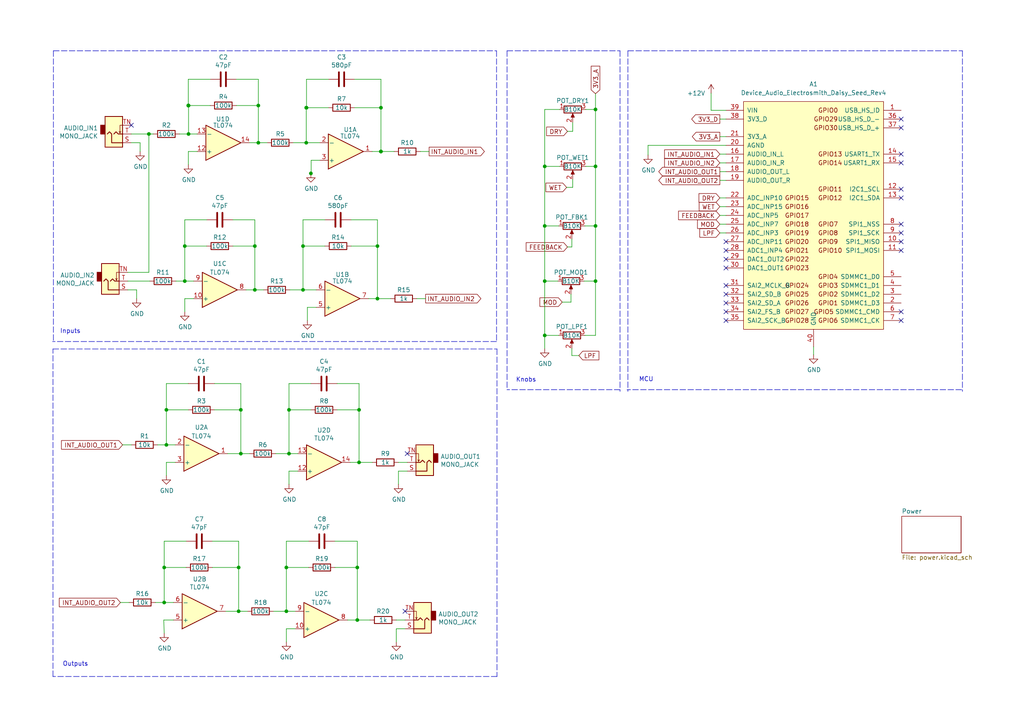
<source format=kicad_sch>
(kicad_sch (version 20211123) (generator eeschema)
  (paper "A4")
  (lib_symbols
    (symbol "Amplifier_Operational:TL074" (pin_names (offset 0.127))
      (property "Reference" "U" (at 0 5.08 0))
      (property "Value" "TL074" (at 0 -5.08 0))
      (symbol "TL074_1_1"
        (polyline (pts (xy -5.08 5.08) (xy 5.08 0) (xy -5.08 -5.08) (xy -5.08 5.08)) (stroke (width 0.254)) (fill (type background)))
        (pin output line (at 7.62 0 180) (length 2.54) (name "~") (number "1"))
        (pin input line (at -7.62 -2.54 0) (length 2.54) (name "-") (number "2"))
        (pin input line (at -7.62 2.54 0) (length 2.54) (name "+") (number "3"))
      )
      (symbol "TL074_2_1"
        (polyline (pts (xy -5.08 5.08) (xy 5.08 0) (xy -5.08 -5.08) (xy -5.08 5.08)) (stroke (width 0.254)) (fill (type background)))
        (pin input line (at -7.62 2.54 0) (length 2.54) (name "+") (number "5"))
        (pin input line (at -7.62 -2.54 0) (length 2.54) (name "-") (number "6"))
        (pin output line (at 7.62 0 180) (length 2.54) (name "~") (number "7"))
      )
      (symbol "TL074_3_1"
        (polyline (pts (xy -5.08 5.08) (xy 5.08 0) (xy -5.08 -5.08) (xy -5.08 5.08)) (stroke (width 0.254)) (fill (type background)))
        (pin input line (at -7.62 2.54 0) (length 2.54) (name "+") (number "10"))
        (pin output line (at 7.62 0 180) (length 2.54) (name "~") (number "8"))
        (pin input line (at -7.62 -2.54 0) (length 2.54) (name "-") (number "9"))
      )
      (symbol "TL074_4_1"
        (polyline (pts (xy -5.08 5.08) (xy 5.08 0) (xy -5.08 -5.08) (xy -5.08 5.08)) (stroke (width 0.254)) (fill (type background)))
        (pin input line (at -7.62 2.54 0) (length 2.54) (name "+") (number "12"))
        (pin input line (at -7.62 -2.54 0) (length 2.54) (name "-") (number "13"))
        (pin output line (at 7.62 0 180) (length 2.54) (name "~") (number "14"))
      )
      (symbol "TL074_5_1"
        (pin power_in line (at -2.54 -7.62 90) (length 3.81) (name "V-") (number "11"))
        (pin power_in line (at -2.54 7.62 270) (length 3.81) (name "V+") (number "4"))
      )
    )
    (symbol "Connector:AudioJack2_SwitchT"
      (property "Reference" "J" (at 0 8.89 0))
      (property "Value" "AudioJack2_SwitchT" (at 0 6.35 0))
      (symbol "AudioJack2_SwitchT_0_1"
        (rectangle (start -2.54 0) (end -3.81 -2.54) (stroke (width 0.254)) (fill (type outline)))
        (polyline (pts (xy 1.778 -0.254) (xy 2.032 -0.762)))
        (polyline (pts (xy 0 0) (xy 0.635 -0.635) (xy 1.27 0) (xy 2.54 0)) (stroke (width 0.254)))
        (polyline (pts (xy 2.54 -2.54) (xy 1.778 -2.54) (xy 1.778 -0.254) (xy 1.524 -0.762)))
        (polyline (pts (xy 2.54 2.54) (xy -0.635 2.54) (xy -0.635 0) (xy -1.27 -0.635) (xy -1.905 0)) (stroke (width 0.254)))
        (rectangle (start 2.54 3.81) (end -2.54 -5.08) (stroke (width 0.254)) (fill (type background)))
      )
      (symbol "AudioJack2_SwitchT_1_1"
        (pin passive line (at 5.08 2.54 180) (length 2.54) (name "~") (number "S"))
        (pin passive line (at 5.08 0 180) (length 2.54) (name "~") (number "T"))
        (pin passive line (at 5.08 -2.54 180) (length 2.54) (name "~") (number "TN"))
      )
    )
    (symbol "Device:C" (pin_numbers hide) (pin_names (offset 0.254))
      (property "Reference" "C" (at 0.635 2.54 0))
      (property "Value" "C" (at 0.635 -2.54 0))
      (symbol "C_0_1"
        (polyline (pts (xy -2.032 -0.762) (xy 2.032 -0.762)) (stroke (width 0.508)))
        (polyline (pts (xy -2.032 0.762) (xy 2.032 0.762)) (stroke (width 0.508)))
      )
      (symbol "C_1_1"
        (pin passive line (at 0 3.81 270) (length 2.794) (name "~") (number "1"))
        (pin passive line (at 0 -3.81 90) (length 2.794) (name "~") (number "2"))
      )
    )
    (symbol "Device:R" (pin_numbers hide) (pin_names (offset 0))
      (property "Reference" "R" (at 2.032 0 90))
      (property "Value" "R" (at 0 0 90))
      (symbol "R_0_1"
        (rectangle (start -1.016 -2.54) (end 1.016 2.54) (stroke (width 0.254)))
      )
      (symbol "R_1_1"
        (pin passive line (at 0 3.81 270) (length 1.27) (name "~") (number "1"))
        (pin passive line (at 0 -3.81 90) (length 1.27) (name "~") (number "2"))
      )
    )
    (symbol "Device:R_Potentiometer" (pin_names (offset 1.016) hide)
      (property "Reference" "RV" (at -4.445 0 90))
      (property "Value" "R_Potentiometer" (at -2.54 0 90))
      (symbol "R_Potentiometer_0_1"
        (polyline (pts (xy 2.54 0) (xy 1.524 0)))
        (polyline (pts (xy 1.143 0) (xy 2.286 0.508) (xy 2.286 -0.508) (xy 1.143 0)) (fill (type outline)))
        (rectangle (start 1.016 2.54) (end -1.016 -2.54) (stroke (width 0.254)))
      )
      (symbol "R_Potentiometer_1_1"
        (pin passive line (at 0 3.81 270) (length 1.27) (name "1") (number "1"))
        (pin passive line (at 3.81 0 180) (length 1.27) (name "2") (number "2"))
        (pin passive line (at 0 -3.81 90) (length 1.27) (name "3") (number "3"))
      )
    )
    (symbol "Device_Audio_Electrosmith_Daisy_Seed:Device_Audio_Electrosmith_Daisy_Seed_Rev4" (pin_names (offset 1.016))
      (property "Reference" "A" (at -20.32 34.29 0))
      (property "Value" "Device_Audio_Electrosmith_Daisy_Seed_Rev4" (at 20.32 36.83 0))
      (symbol "Device_Audio_Electrosmith_Daisy_Seed_Rev4_0_0"
        (text "GPIO0" (at 1.27 30.48 0) (effects (font (size 1.27 1.27)) (justify left)))
        (text "GPIO1" (at 1.27 -25.4 0) (effects (font (size 1.27 1.27)) (justify left)))
        (text "GPIO10" (at 1.27 -10.16 0) (effects (font (size 1.27 1.27)) (justify left)))
        (text "GPIO11" (at 1.27 7.62 0) (effects (font (size 1.27 1.27)) (justify left)))
        (text "GPIO12" (at 1.27 5.08 0) (effects (font (size 1.27 1.27)) (justify left)))
        (text "GPIO13" (at 1.27 17.78 0) (effects (font (size 1.27 1.27)) (justify left)))
        (text "GPIO14" (at 1.27 15.24 0) (effects (font (size 1.27 1.27)) (justify left)))
        (text "GPIO15" (at -1.27 5.08 0) (effects (font (size 1.27 1.27)) (justify right)))
        (text "GPIO16" (at -1.27 2.54 0) (effects (font (size 1.27 1.27)) (justify right)))
        (text "GPIO17" (at -1.27 0 0) (effects (font (size 1.27 1.27)) (justify right)))
        (text "GPIO18" (at -1.27 -2.54 0) (effects (font (size 1.27 1.27)) (justify right)))
        (text "GPIO19" (at -1.27 -5.08 0) (effects (font (size 1.27 1.27)) (justify right)))
        (text "GPIO2" (at 1.27 -22.86 0) (effects (font (size 1.27 1.27)) (justify left)))
        (text "GPIO20" (at -1.27 -7.62 0) (effects (font (size 1.27 1.27)) (justify right)))
        (text "GPIO21" (at -1.27 -10.16 0) (effects (font (size 1.27 1.27)) (justify right)))
        (text "GPIO22" (at -1.27 -12.7 0) (effects (font (size 1.27 1.27)) (justify right)))
        (text "GPIO23" (at -1.27 -15.24 0) (effects (font (size 1.27 1.27)) (justify right)))
        (text "GPIO24" (at -1.27 -20.32 0) (effects (font (size 1.27 1.27)) (justify right)))
        (text "GPIO25" (at -1.27 -22.86 0) (effects (font (size 1.27 1.27)) (justify right)))
        (text "GPIO26" (at -1.27 -25.4 0) (effects (font (size 1.27 1.27)) (justify right)))
        (text "GPIO27" (at -1.27 -27.94 0) (effects (font (size 1.27 1.27)) (justify right)))
        (text "GPIO28" (at -1.27 -30.48 0) (effects (font (size 1.27 1.27)) (justify right)))
        (text "GPIO29" (at 0 27.94 0) (effects (font (size 1.27 1.27)) (justify left)))
        (text "GPIO3" (at 1.27 -20.32 0) (effects (font (size 1.27 1.27)) (justify left)))
        (text "GPIO30" (at 0 25.4 0) (effects (font (size 1.27 1.27)) (justify left)))
        (text "GPIO4" (at 1.27 -17.78 0) (effects (font (size 1.27 1.27)) (justify left)))
        (text "GPIO5" (at 0 -27.94 0) (effects (font (size 1.27 1.27)) (justify left)))
        (text "GPIO6" (at 1.27 -30.48 0) (effects (font (size 1.27 1.27)) (justify left)))
        (text "GPIO7" (at 1.27 -2.54 0) (effects (font (size 1.27 1.27)) (justify left)))
        (text "GPIO8" (at 1.27 -5.08 0) (effects (font (size 1.27 1.27)) (justify left)))
        (text "GPIO9" (at 1.27 -7.62 0) (effects (font (size 1.27 1.27)) (justify left)))
        (pin bidirectional line (at 25.4 30.48 180) (length 5.08) (name "USB_HS_ID") (number "1"))
        (pin bidirectional line (at 25.4 -7.62 180) (length 5.08) (name "SPI1_MISO") (number "10"))
        (pin bidirectional line (at 25.4 -10.16 180) (length 5.08) (name "SPI1_MOSI") (number "11"))
        (pin bidirectional line (at 25.4 7.62 180) (length 5.08) (name "I2C1_SCL") (number "12"))
        (pin bidirectional line (at 25.4 5.08 180) (length 5.08) (name "I2C1_SDA") (number "13"))
        (pin bidirectional line (at 25.4 17.78 180) (length 5.08) (name "USART1_TX") (number "14"))
        (pin bidirectional line (at 25.4 15.24 180) (length 5.08) (name "USART1_RX") (number "15"))
        (pin input line (at -25.4 17.78 0) (length 5.08) (name "AUDIO_IN_L") (number "16"))
        (pin input line (at -25.4 15.24 0) (length 5.08) (name "AUDIO_IN_R") (number "17"))
        (pin output line (at -25.4 12.7 0) (length 5.08) (name "AUDIO_OUT_L") (number "18"))
        (pin output line (at -25.4 10.16 0) (length 5.08) (name "AUDIO_OUT_R") (number "19"))
        (pin bidirectional line (at 25.4 -25.4 180) (length 5.08) (name "SDMMC1_D3") (number "2"))
        (pin passive line (at -25.4 20.32 0) (length 5.08) (name "AGND") (number "20"))
        (pin power_out line (at -25.4 22.86 0) (length 5.08) (name "3V3_A") (number "21"))
        (pin bidirectional line (at -25.4 5.08 0) (length 5.08) (name "ADC_INP10") (number "22"))
        (pin bidirectional line (at -25.4 2.54 0) (length 5.08) (name "ADC_INP15") (number "23"))
        (pin bidirectional line (at -25.4 0 0) (length 5.08) (name "ADC_INP5") (number "24"))
        (pin bidirectional line (at -25.4 -2.54 0) (length 5.08) (name "ADC_INP7") (number "25"))
        (pin bidirectional line (at -25.4 -5.08 0) (length 5.08) (name "ADC_INP3") (number "26"))
        (pin bidirectional line (at -25.4 -7.62 0) (length 5.08) (name "ADC_INP11") (number "27"))
        (pin bidirectional line (at -25.4 -10.16 0) (length 5.08) (name "ADC1_INP4") (number "28"))
        (pin bidirectional line (at -25.4 -12.7 0) (length 5.08) (name "DAC1_OUT2") (number "29"))
        (pin bidirectional line (at 25.4 -22.86 180) (length 5.08) (name "SDMMC1_D2") (number "3"))
        (pin bidirectional line (at -25.4 -15.24 0) (length 5.08) (name "DAC1_OUT1") (number "30"))
        (pin bidirectional line (at -25.4 -20.32 0) (length 5.08) (name "SAI2_MCLK_B") (number "31"))
        (pin bidirectional line (at -25.4 -22.86 0) (length 5.08) (name "SAI2_SD_B") (number "32"))
        (pin bidirectional line (at -25.4 -25.4 0) (length 5.08) (name "SAI2_SD_A") (number "33"))
        (pin bidirectional line (at -25.4 -27.94 0) (length 5.08) (name "SAI2_FS_B") (number "34"))
        (pin bidirectional line (at -25.4 -30.48 0) (length 5.08) (name "SAI2_SCK_B") (number "35"))
        (pin bidirectional line (at 25.4 27.94 180) (length 5.08) (name "USB_HS_D_-") (number "36"))
        (pin bidirectional line (at 25.4 25.4 180) (length 5.08) (name "USB_HS_D_+") (number "37"))
        (pin power_out line (at -25.4 27.94 0) (length 5.08) (name "3V3_D") (number "38"))
        (pin power_in line (at -25.4 30.48 0) (length 5.08) (name "VIN") (number "39"))
        (pin bidirectional line (at 25.4 -20.32 180) (length 5.08) (name "SDMMC1_D1") (number "4"))
        (pin passive line (at 0 -38.1 90) (length 5.08) (name "GND") (number "40"))
        (pin bidirectional line (at 25.4 -17.78 180) (length 5.08) (name "SDMMC1_D0") (number "5"))
        (pin bidirectional line (at 25.4 -27.94 180) (length 5.08) (name "SDMMC1_CMD") (number "6"))
        (pin bidirectional line (at 25.4 -30.48 180) (length 5.08) (name "SDMMC1_CK") (number "7"))
        (pin bidirectional line (at 25.4 -2.54 180) (length 5.08) (name "SPI1_NSS") (number "8"))
        (pin bidirectional line (at 25.4 -5.08 180) (length 5.08) (name "SPI1_SCK") (number "9"))
      )
      (symbol "Device_Audio_Electrosmith_Daisy_Seed_Rev4_0_1"
        (rectangle (start -20.32 33.02) (end 20.32 -33.02) (fill (type background)))
      )
    )
    (symbol "power:+12V" (power) (pin_names (offset 0))
      (property "Value" "+12V" (at 0 3.556 0))
      (symbol "+12V_0_1"
        (polyline (pts (xy -0.762 1.27) (xy 0 2.54)))
        (polyline (pts (xy 0 0) (xy 0 2.54)))
        (polyline (pts (xy 0 2.54) (xy 0.762 1.27)))
      )
      (symbol "+12V_1_1"
        (pin power_in line (at 0 0 90) (length 0) hide (name "+12V") (number "1"))
      )
    )
    (symbol "power:GND" (power) (pin_names (offset 0))
      (property "Value" "GND" (at 0 -3.81 0))
      (symbol "GND_0_1"
        (polyline (pts (xy 0 0) (xy 0 -1.27) (xy 1.27 -1.27) (xy 0 -2.54) (xy -1.27 -1.27) (xy 0 -1.27)))
      )
      (symbol "GND_1_1"
        (pin power_in line (at 0 0 270) (length 0) hide (name "GND") (number "1"))
      )
    )
  )
  (junction (at 54.6862 38.862))
  (junction (at 103.632 164.592))
  (junction (at 54.61 30.607))
  (junction (at 103.632 179.832))
  (junction (at 83.82 118.872))
  (junction (at 74.93 30.607))
  (junction (at 109.474 71.374))
  (junction (at 157.988 48.26))
  (junction (at 74.93 41.402))
  (junction (at 157.988 97.282))
  (junction (at 54.6862 30.607))
  (junction (at 109.474 86.614))
  (junction (at 73.914 71.374))
  (junction (at 87.884 84.074))
  (junction (at 43.18 38.862))
  (junction (at 47.625 174.752))
  (junction (at 48.26 118.872))
  (junction (at 172.72 81.534))
  (junction (at 88.8238 31.242))
  (junction (at 69.85 118.872))
  (junction (at 172.72 65.532))
  (junction (at 83.058 164.592))
  (junction (at 48.26 129.032))
  (junction (at 157.988 65.532))
  (junction (at 69.85 131.572))
  (junction (at 90.17 50.292))
  (junction (at 83.82 131.572))
  (junction (at 88.9 31.242))
  (junction (at 53.594 81.534))
  (junction (at 110.4646 43.942))
  (junction (at 69.215 164.592))
  (junction (at 110.49 31.242))
  (junction (at 87.884 71.374))
  (junction (at 157.988 81.534))
  (junction (at 104.14 134.112))
  (junction (at 69.215 177.292))
  (junction (at 110.49 43.942))
  (junction (at 73.914 84.074))
  (junction (at 83.058 177.292))
  (junction (at 47.625 164.592))
  (junction (at 53.594 71.374))
  (junction (at 88.8238 41.402))
  (junction (at 172.72 31.75))
  (junction (at 172.72 48.26))
  (junction (at 104.14 118.872))
  (no_connect (at 261.366 92.964))
  (no_connect (at 261.366 90.424))
  (no_connect (at 118.11 131.572))
  (no_connect (at 117.475 177.292))
  (no_connect (at 261.366 47.244))
  (no_connect (at 261.366 57.404))
  (no_connect (at 261.366 54.864))
  (no_connect (at 261.366 34.544))
  (no_connect (at 261.366 37.084))
  (no_connect (at 261.366 44.704))
  (no_connect (at 210.566 85.344))
  (no_connect (at 210.566 92.964))
  (no_connect (at 210.566 90.424))
  (no_connect (at 210.566 87.884))
  (no_connect (at 210.566 82.804))
  (no_connect (at 210.566 77.724))
  (no_connect (at 210.566 72.644))
  (no_connect (at 210.566 75.184))
  (no_connect (at 210.566 70.104))
  (no_connect (at 261.366 65.024))
  (no_connect (at 261.366 72.644))
  (no_connect (at 261.366 67.564))
  (no_connect (at 261.366 70.104))
  (no_connect (at 38.1 36.322))
  (wire (pts (xy 208.788 52.324) (xy 210.566 52.324)))
  (wire (pts (xy 208.788 57.404) (xy 210.566 57.404)))
  (wire (pts (xy 103.632 156.972) (xy 103.632 164.592)))
  (wire (pts (xy 117.475 182.372) (xy 114.935 182.372)))
  (wire (pts (xy 48.26 129.032) (xy 50.8 129.032)))
  (wire (pts (xy 104.14 134.112) (xy 101.6 134.112)))
  (wire (pts (xy 89.154 89.154) (xy 89.154 92.964)))
  (wire (pts (xy 157.988 81.534) (xy 157.988 97.282)))
  (wire (pts (xy 74.93 41.402) (xy 74.93 30.607)))
  (wire (pts (xy 87.884 71.374) (xy 94.234 71.374)))
  (wire (pts (xy 90.2462 46.482) (xy 90.2462 50.292)))
  (wire (pts (xy 69.215 177.292) (xy 69.215 164.592)))
  (wire (pts (xy 107.95 134.112) (xy 104.14 134.112)))
  (polyline (pts (xy 278.892 113.03) (xy 181.864 113.03)))
  (wire (pts (xy 51.054 81.534) (xy 53.594 81.534)))
  (wire (pts (xy 157.988 81.534) (xy 161.798 81.534)))
  (wire (pts (xy 157.988 97.282) (xy 157.988 101.092)))
  (wire (pts (xy 103.632 164.592) (xy 103.632 179.832)))
  (wire (pts (xy 48.26 134.112) (xy 48.26 137.922)))
  (wire (pts (xy 164.592 71.628) (xy 165.862 71.628)))
  (wire (pts (xy 104.14 118.872) (xy 104.14 134.112)))
  (wire (pts (xy 48.26 118.872) (xy 48.26 129.032)))
  (wire (pts (xy 157.988 48.26) (xy 157.988 65.532)))
  (wire (pts (xy 88.8238 41.402) (xy 88.8238 31.242)))
  (wire (pts (xy 104.14 111.252) (xy 104.14 118.872)))
  (wire (pts (xy 54.6862 30.607) (xy 54.61 30.607)))
  (wire (pts (xy 45.72 129.032) (xy 48.26 129.032)))
  (wire (pts (xy 165.862 103.124) (xy 167.894 103.124)))
  (wire (pts (xy 101.854 63.754) (xy 109.474 63.754)))
  (wire (pts (xy 87.884 63.754) (xy 87.884 71.374)))
  (wire (pts (xy 163.068 87.63) (xy 165.608 87.63)))
  (wire (pts (xy 89.535 156.972) (xy 83.058 156.972)))
  (wire (pts (xy 208.788 34.544) (xy 210.566 34.544)))
  (polyline (pts (xy 182.118 14.732) (xy 279.146 14.732)))
  (polyline (pts (xy 15.367 101.219) (xy 144.145 101.219)))
  (wire (pts (xy 69.85 131.572) (xy 69.85 118.872)))
  (wire (pts (xy 54.61 111.252) (xy 48.26 111.252)))
  (wire (pts (xy 59.944 71.374) (xy 53.594 71.374)))
  (wire (pts (xy 73.914 71.374) (xy 67.564 71.374)))
  (wire (pts (xy 83.058 164.592) (xy 89.535 164.592)))
  (wire (pts (xy 109.474 63.754) (xy 109.474 71.374)))
  (wire (pts (xy 88.8238 41.402) (xy 92.6846 41.402)))
  (wire (pts (xy 54.6862 30.607) (xy 54.6862 38.862)))
  (wire (pts (xy 47.625 164.592) (xy 47.625 174.752)))
  (wire (pts (xy 52.07 38.862) (xy 54.6862 38.862)))
  (wire (pts (xy 110.4646 43.942) (xy 110.49 43.942)))
  (wire (pts (xy 115.57 134.112) (xy 118.11 134.112)))
  (wire (pts (xy 90.2462 46.482) (xy 92.6846 46.482)))
  (wire (pts (xy 102.87 22.987) (xy 110.49 22.987)))
  (wire (pts (xy 74.93 30.607) (xy 68.58 30.607)))
  (wire (pts (xy 60.96 30.607) (xy 54.6862 30.607)))
  (wire (pts (xy 110.49 22.987) (xy 110.49 31.242)))
  (wire (pts (xy 157.988 31.75) (xy 157.988 48.26)))
  (wire (pts (xy 53.975 156.972) (xy 47.625 156.972)))
  (wire (pts (xy 83.058 156.972) (xy 83.058 164.592)))
  (wire (pts (xy 71.374 84.074) (xy 73.914 84.074)))
  (wire (pts (xy 208.788 62.484) (xy 210.566 62.484)))
  (wire (pts (xy 53.594 86.614) (xy 56.134 86.614)))
  (wire (pts (xy 166.116 38.1) (xy 166.116 35.56)))
  (wire (pts (xy 61.595 156.972) (xy 69.215 156.972)))
  (wire (pts (xy 110.4646 43.942) (xy 107.9246 43.942)))
  (wire (pts (xy 50.8 134.112) (xy 48.26 134.112)))
  (wire (pts (xy 83.058 177.292) (xy 85.598 177.292)))
  (wire (pts (xy 53.594 90.424) (xy 53.594 86.614)))
  (wire (pts (xy 84.074 84.074) (xy 87.884 84.074)))
  (wire (pts (xy 69.215 177.292) (xy 65.532 177.292)))
  (wire (pts (xy 235.966 100.584) (xy 235.966 102.87)))
  (wire (pts (xy 37.084 84.074) (xy 39.624 84.074)))
  (wire (pts (xy 69.85 118.872) (xy 62.23 118.872)))
  (wire (pts (xy 97.155 164.592) (xy 103.632 164.592)))
  (wire (pts (xy 83.058 182.372) (xy 83.058 186.182)))
  (wire (pts (xy 71.755 177.292) (xy 69.215 177.292)))
  (polyline (pts (xy 15.494 14.732) (xy 15.494 99.06)))
  (wire (pts (xy 165.862 71.628) (xy 165.862 69.342)))
  (wire (pts (xy 67.564 63.754) (xy 73.914 63.754)))
  (wire (pts (xy 172.72 81.534) (xy 172.72 97.282)))
  (polyline (pts (xy 15.494 14.732) (xy 144.018 14.732)))
  (polyline (pts (xy 144.145 101.219) (xy 144.145 196.215)))
  (wire (pts (xy 157.988 48.26) (xy 162.306 48.26)))
  (wire (pts (xy 53.975 164.592) (xy 47.625 164.592)))
  (wire (pts (xy 90.2462 50.292) (xy 90.17 50.292)))
  (wire (pts (xy 60.96 22.987) (xy 54.61 22.987)))
  (wire (pts (xy 35.56 129.032) (xy 38.1 129.032)))
  (wire (pts (xy 169.418 81.534) (xy 172.72 81.534)))
  (wire (pts (xy 73.914 84.074) (xy 76.454 84.074)))
  (wire (pts (xy 54.61 22.987) (xy 54.61 30.607)))
  (wire (pts (xy 62.23 111.252) (xy 69.85 111.252)))
  (wire (pts (xy 187.96 42.164) (xy 210.566 42.164)))
  (wire (pts (xy 157.988 65.532) (xy 157.988 81.534)))
  (wire (pts (xy 208.788 47.244) (xy 210.566 47.244)))
  (wire (pts (xy 69.85 131.572) (xy 66.04 131.572)))
  (polyline (pts (xy 182.118 14.732) (xy 182.118 113.538)))
  (wire (pts (xy 169.926 31.75) (xy 172.72 31.75)))
  (wire (pts (xy 97.155 156.972) (xy 103.632 156.972)))
  (polyline (pts (xy 144.018 14.732) (xy 144.018 99.06)))
  (wire (pts (xy 54.61 118.872) (xy 48.26 118.872)))
  (polyline (pts (xy 179.832 113.03) (xy 147.066 113.03)))
  (wire (pts (xy 208.788 59.944) (xy 210.566 59.944)))
  (wire (pts (xy 83.058 177.292) (xy 79.375 177.292)))
  (polyline (pts (xy 179.832 14.732) (xy 179.832 113.538)))
  (wire (pts (xy 172.72 31.75) (xy 172.72 48.26)))
  (wire (pts (xy 72.39 131.572) (xy 69.85 131.572)))
  (wire (pts (xy 68.58 22.987) (xy 74.93 22.987)))
  (wire (pts (xy 91.694 89.154) (xy 89.154 89.154)))
  (wire (pts (xy 166.116 54.356) (xy 166.116 52.07)))
  (wire (pts (xy 90.17 111.252) (xy 83.82 111.252)))
  (wire (pts (xy 47.498 179.832) (xy 47.625 183.642)))
  (wire (pts (xy 43.18 78.994) (xy 43.18 38.862)))
  (wire (pts (xy 83.82 136.652) (xy 83.82 140.462)))
  (wire (pts (xy 162.306 31.75) (xy 157.988 31.75)))
  (wire (pts (xy 74.93 22.987) (xy 74.93 30.607)))
  (wire (pts (xy 43.18 38.862) (xy 44.45 38.862)))
  (wire (pts (xy 165.862 101.092) (xy 165.862 103.124)))
  (wire (pts (xy 208.788 67.564) (xy 210.566 67.564)))
  (wire (pts (xy 109.474 71.374) (xy 109.474 86.614)))
  (wire (pts (xy 38.1 38.862) (xy 43.18 38.862)))
  (wire (pts (xy 38.1 41.402) (xy 40.64 41.402)))
  (wire (pts (xy 73.914 84.074) (xy 73.914 71.374)))
  (wire (pts (xy 34.925 174.752) (xy 37.465 174.752)))
  (wire (pts (xy 101.854 71.374) (xy 109.474 71.374)))
  (wire (pts (xy 83.82 131.572) (xy 80.01 131.572)))
  (wire (pts (xy 115.57 136.652) (xy 115.57 140.462)))
  (wire (pts (xy 37.084 81.534) (xy 43.434 81.534)))
  (polyline (pts (xy 147.066 14.732) (xy 147.066 113.03)))
  (wire (pts (xy 118.11 136.652) (xy 115.57 136.652)))
  (wire (pts (xy 113.284 86.614) (xy 109.474 86.614)))
  (wire (pts (xy 123.444 86.614) (xy 120.904 86.614)))
  (wire (pts (xy 109.474 86.614) (xy 106.934 86.614)))
  (wire (pts (xy 157.988 97.282) (xy 162.052 97.282)))
  (wire (pts (xy 88.9 31.242) (xy 95.25 31.242)))
  (wire (pts (xy 50.292 179.832) (xy 47.498 179.832)))
  (wire (pts (xy 206.248 27.051) (xy 206.248 32.004)))
  (wire (pts (xy 165.608 87.63) (xy 165.608 85.344)))
  (wire (pts (xy 124.46 43.942) (xy 121.92 43.942)))
  (wire (pts (xy 74.93 41.402) (xy 77.47 41.402)))
  (wire (pts (xy 47.625 174.752) (xy 50.292 174.752)))
  (polyline (pts (xy 279.146 14.732) (xy 279.146 113.538)))
  (wire (pts (xy 83.82 111.252) (xy 83.82 118.872)))
  (wire (pts (xy 97.79 111.252) (xy 104.14 111.252)))
  (wire (pts (xy 54.6354 43.942) (xy 57.1754 43.942)))
  (wire (pts (xy 39.624 84.074) (xy 39.624 86.614)))
  (wire (pts (xy 40.64 41.402) (xy 40.64 43.942)))
  (wire (pts (xy 94.234 63.754) (xy 87.884 63.754)))
  (wire (pts (xy 114.935 179.832) (xy 117.475 179.832)))
  (wire (pts (xy 73.914 63.754) (xy 73.914 71.374)))
  (wire (pts (xy 169.926 48.26) (xy 172.72 48.26)))
  (wire (pts (xy 102.87 31.242) (xy 110.49 31.242)))
  (wire (pts (xy 208.788 44.704) (xy 210.566 44.704)))
  (wire (pts (xy 208.788 49.784) (xy 210.566 49.784)))
  (wire (pts (xy 114.935 182.372) (xy 114.935 186.182)))
  (polyline (pts (xy 144.018 99.06) (xy 15.24 99.06)))
  (wire (pts (xy 69.215 156.972) (xy 69.215 164.592)))
  (wire (pts (xy 69.215 164.592) (xy 61.595 164.592)))
  (wire (pts (xy 88.8238 31.242) (xy 88.9 31.242)))
  (wire (pts (xy 83.82 131.572) (xy 83.82 118.872)))
  (wire (pts (xy 103.632 179.832) (xy 107.315 179.832)))
  (polyline (pts (xy 147.066 14.732) (xy 179.832 14.732)))
  (wire (pts (xy 208.788 65.024) (xy 210.566 65.024)))
  (wire (pts (xy 86.36 136.652) (xy 83.82 136.652)))
  (wire (pts (xy 164.592 38.1) (xy 166.116 38.1)))
  (wire (pts (xy 83.82 118.872) (xy 90.17 118.872)))
  (wire (pts (xy 157.988 65.532) (xy 162.052 65.532)))
  (wire (pts (xy 172.72 97.282) (xy 169.672 97.282)))
  (wire (pts (xy 85.09 41.402) (xy 88.8238 41.402)))
  (wire (pts (xy 53.594 63.754) (xy 53.594 71.374)))
  (wire (pts (xy 172.72 27.178) (xy 172.72 31.75)))
  (wire (pts (xy 47.625 156.972) (xy 47.625 164.592)))
  (wire (pts (xy 172.72 48.26) (xy 172.72 65.532)))
  (wire (pts (xy 169.672 65.532) (xy 172.72 65.532)))
  (wire (pts (xy 114.3 43.942) (xy 110.49 43.942)))
  (wire (pts (xy 86.36 131.572) (xy 83.82 131.572)))
  (wire (pts (xy 54.6354 43.942) (xy 54.6354 47.752)))
  (wire (pts (xy 88.9 22.987) (xy 88.9 31.242)))
  (wire (pts (xy 172.72 65.532) (xy 172.72 81.534)))
  (polyline (pts (xy 15.367 196.215) (xy 15.367 101.219)))
  (wire (pts (xy 53.594 81.534) (xy 56.134 81.534)))
  (wire (pts (xy 208.788 39.624) (xy 210.566 39.624)))
  (wire (pts (xy 69.85 111.252) (xy 69.85 118.872)))
  (wire (pts (xy 54.6862 38.862) (xy 57.1754 38.862)))
  (wire (pts (xy 187.96 42.164) (xy 187.96 44.958)))
  (wire (pts (xy 164.338 54.356) (xy 166.116 54.356)))
  (polyline (pts (xy 144.145 196.215) (xy 15.367 196.215)))
  (wire (pts (xy 100.838 179.832) (xy 103.632 179.832)))
  (wire (pts (xy 110.49 31.242) (xy 110.49 43.942)))
  (wire (pts (xy 206.248 32.004) (xy 210.566 32.004)))
  (wire (pts (xy 97.79 118.872) (xy 104.14 118.872)))
  (wire (pts (xy 37.084 78.994) (xy 43.18 78.994)))
  (wire (pts (xy 85.598 182.372) (xy 83.058 182.372)))
  (wire (pts (xy 87.884 84.074) (xy 87.884 71.374)))
  (wire (pts (xy 87.884 84.074) (xy 91.694 84.074)))
  (wire (pts (xy 95.25 22.987) (xy 88.9 22.987)))
  (wire (pts (xy 45.085 174.752) (xy 47.625 174.752)))
  (wire (pts (xy 48.26 111.252) (xy 48.26 118.872)))
  (wire (pts (xy 72.4154 41.402) (xy 74.93 41.402)))
  (wire (pts (xy 59.944 63.754) (xy 53.594 63.754)))
  (wire (pts (xy 53.594 71.374) (xy 53.594 81.534)))
  (wire (pts (xy 83.058 164.592) (xy 83.058 177.292)))
  (text "Inputs" (at 17.399 96.901 0) (effects (font (size 1.27 1.27)) (justify left bottom)))
  (text "Outputs\n" (at 18.161 193.421 0) (effects (font (size 1.27 1.27)) (justify left bottom)))
  (text "Knobs" (at 149.606 110.998 0) (effects (font (size 1.27 1.27)) (justify left bottom)))
  (text "MCU" (at 185.293 110.871 0) (effects (font (size 1.27 1.27)) (justify left bottom)))
  (global_label "FEEDBACK" (shape input) (at 164.592 71.628 180) (property "Intersheet References" "${INTERSHEET_REFS}" (effects hide)))
  (global_label "INT_AUDIO_IN1" (shape output) (at 124.46 43.942 0) (property "Intersheet References" "${INTERSHEET_REFS}" (effects hide)))
  (global_label "3V3_A" (shape output) (at 208.788 39.624 180) (property "Intersheet References" "${INTERSHEET_REFS}" (effects hide)))
  (global_label "LPF" (shape input) (at 167.894 103.124 0) (property "Intersheet References" "${INTERSHEET_REFS}" (effects hide)))
  (global_label "LPF" (shape input) (at 208.788 67.564 180) (property "Intersheet References" "${INTERSHEET_REFS}" (effects hide)))
  (global_label "WET" (shape input) (at 164.338 54.356 180) (property "Intersheet References" "${INTERSHEET_REFS}" (effects hide)))
  (global_label "INT_AUDIO_IN1" (shape input) (at 208.788 44.704 180) (property "Intersheet References" "${INTERSHEET_REFS}" (effects hide)))
  (global_label "DRY" (shape input) (at 208.788 57.404 180) (property "Intersheet References" "${INTERSHEET_REFS}" (effects hide)))
  (global_label "3V3_A" (shape input) (at 172.72 27.178 90) (property "Intersheet References" "${INTERSHEET_REFS}" (effects hide)))
  (global_label "INT_AUDIO_IN2" (shape output) (at 123.444 86.614 0) (property "Intersheet References" "${INTERSHEET_REFS}" (effects hide)))
  (global_label "INT_AUDIO_OUT2" (shape output) (at 208.788 52.324 180) (property "Intersheet References" "${INTERSHEET_REFS}" (effects hide)))
  (global_label "MOD" (shape input) (at 208.788 65.024 180) (property "Intersheet References" "${INTERSHEET_REFS}" (effects hide)))
  (global_label "INT_AUDIO_OUT2" (shape input) (at 34.925 174.752 180) (property "Intersheet References" "${INTERSHEET_REFS}" (effects hide)))
  (global_label "MOD" (shape input) (at 163.068 87.63 180) (property "Intersheet References" "${INTERSHEET_REFS}" (effects hide)))
  (global_label "FEEDBACK" (shape input) (at 208.788 62.484 180) (property "Intersheet References" "${INTERSHEET_REFS}" (effects hide)))
  (global_label "WET" (shape input) (at 208.788 59.944 180) (property "Intersheet References" "${INTERSHEET_REFS}" (effects hide)))
  (global_label "INT_AUDIO_IN2" (shape input) (at 208.788 47.244 180) (property "Intersheet References" "${INTERSHEET_REFS}" (effects hide)))
  (global_label "INT_AUDIO_OUT1" (shape input) (at 35.56 129.032 180) (property "Intersheet References" "${INTERSHEET_REFS}" (effects hide)))
  (global_label "3V3_D" (shape output) (at 208.788 34.544 180) (property "Intersheet References" "${INTERSHEET_REFS}" (effects hide)))
  (global_label "INT_AUDIO_OUT1" (shape output) (at 208.788 49.784 180) (property "Intersheet References" "${INTERSHEET_REFS}" (effects hide)))
  (global_label "DRY" (shape input) (at 164.592 38.1 180) (property "Intersheet References" "${INTERSHEET_REFS}" (effects hide)))
  (symbol (lib_id "Amplifier_Operational:TL074") (at 100.3046 43.942 0) (mirror x) (unit 1)
    (property "Reference" "U1" (at 101.5746 37.592 0))
    (property "Value" "TL074" (at 101.5746 39.497 0))
    (property "Footprint" "Package_DIP:DIP-14_W7.62mm" (effects hide))
    (property "Datasheet" "http://www.ti.com/lit/ds/symlink/tl071.pdf" (effects hide))
  )
  (symbol (lib_id "Amplifier_Operational:TL074") (at 99.314 86.614 0) (mirror x) (unit 2)
    (property "Reference" "U1" (at 99.314 79.629 0))
    (property "Value" "TL074" (at 99.314 81.534 0))
    (property "Footprint" "Package_DIP:DIP-14_W7.62mm" (effects hide))
    (property "Datasheet" "http://www.ti.com/lit/ds/symlink/tl071.pdf" (effects hide))
  )
  (symbol (lib_id "Amplifier_Operational:TL074") (at 63.754 84.074 0) (mirror x) (unit 3)
    (property "Reference" "U1" (at 63.754 76.454 0))
    (property "Value" "TL074" (at 63.754 78.994 0))
    (property "Footprint" "Package_DIP:DIP-14_W7.62mm" (effects hide))
    (property "Datasheet" "http://www.ti.com/lit/ds/symlink/tl071.pdf" (effects hide))
  )
  (symbol (lib_id "Amplifier_Operational:TL074") (at 64.7954 41.402 0) (mirror x) (unit 4)
    (property "Reference" "U1" (at 64.643 34.544 0))
    (property "Value" "TL074" (at 64.6938 36.3728 0))
    (property "Footprint" "Package_DIP:DIP-14_W7.62mm" (effects hide))
    (property "Datasheet" "http://www.ti.com/lit/ds/symlink/tl071.pdf" (effects hide))
  )
  (symbol (lib_id "Device:R") (at 64.77 30.607 270) (unit 1)
    (property "Reference" "R4" (at 64.77 28.067 90))
    (property "Value" "100k" (at 64.77 30.607 90))
    (property "Footprint" "benjiaomodular:Resistor_L6.3mm_D2.5mm_P7.62mm_Horizontal" (effects hide))
  )
  (symbol (lib_id "Device:R") (at 48.26 38.862 270) (unit 1)
    (property "Reference" "R2" (at 48.26 36.322 90))
    (property "Value" "100k" (at 48.26 38.862 90))
    (property "Footprint" "benjiaomodular:Resistor_L6.3mm_D2.5mm_P7.62mm_Horizontal" (effects hide))
  )
  (symbol (lib_id "Device:R") (at 81.28 41.402 270) (unit 1)
    (property "Reference" "R5" (at 81.28 38.862 90))
    (property "Value" "100k" (at 81.28 41.402 90))
    (property "Footprint" "benjiaomodular:Resistor_L6.3mm_D2.5mm_P7.62mm_Horizontal" (effects hide))
  )
  (symbol (lib_id "Device:R") (at 99.06 31.242 270) (unit 1)
    (property "Reference" "R7" (at 99.06 28.702 90))
    (property "Value" "10k" (at 99.06 31.242 90))
    (property "Footprint" "benjiaomodular:Resistor_L6.3mm_D2.5mm_P7.62mm_Horizontal" (effects hide))
  )
  (symbol (lib_id "Device:R") (at 118.11 43.942 270) (unit 1)
    (property "Reference" "R10" (at 118.11 41.402 90))
    (property "Value" "1k" (at 118.11 43.942 90))
    (property "Footprint" "benjiaomodular:Resistor_L6.3mm_D2.5mm_P7.62mm_Horizontal" (effects hide))
  )
  (symbol (lib_id "Device:C") (at 64.77 22.987 270) (unit 1)
    (property "Reference" "C2" (at 64.77 16.5862 90))
    (property "Value" "47pF" (at 64.77 18.8976 90))
    (property "Footprint" "benjiaomodular:Capacitor_Disc_D3.8mm_W2.6mm_P2.50mm" (effects hide))
  )
  (symbol (lib_id "Device:C") (at 99.06 22.987 270) (unit 1)
    (property "Reference" "C3" (at 99.06 16.5862 90))
    (property "Value" "580pF" (at 99.06 18.8976 90))
    (property "Footprint" "benjiaomodular:Capacitor_Rect_L7.2mm_W2.5mm_P5.00mm" (effects hide))
  )
  (symbol (lib_id "Connector:AudioJack2_SwitchT") (at 33.02 38.862 0) (mirror x) (unit 1)
    (property "Reference" "AUDIO_IN1" (at 28.448 37.1602 0) (effects (justify right)))
    (property "Value" "MONO_JACK" (at 28.448 39.4716 0) (effects (justify right)))
    (property "Footprint" "benjiaomodular:AudioJack_3.5mm" (effects hide))
  )
  (symbol (lib_id "power:GND") (at 54.6354 47.752 0) (unit 1)
    (property "Reference" "#PWR03" (effects hide))
    (property "Value" "GND" (at 54.7624 52.1462 0))
  )
  (symbol (lib_id "power:GND") (at 40.64 43.942 0) (unit 1)
    (property "Reference" "#PWR01" (effects hide))
    (property "Value" "GND" (at 40.767 48.3362 0))
  )
  (symbol (lib_id "power:GND") (at 90.17 50.292 0) (unit 1)
    (property "Reference" "#PWR05" (effects hide))
    (property "Value" "GND" (at 90.297 54.6862 0))
  )
  (symbol (lib_id "Device:R") (at 41.91 129.032 270) (unit 1)
    (property "Reference" "R1" (at 41.91 126.492 90))
    (property "Value" "10k" (at 41.91 129.032 90))
    (property "Footprint" "benjiaomodular:Resistor_L6.3mm_D2.5mm_P7.62mm_Horizontal" (effects hide))
  )
  (symbol (lib_id "Device:R") (at 58.42 118.872 270) (unit 1)
    (property "Reference" "R3" (at 58.42 116.332 90))
    (property "Value" "100k" (at 58.42 118.872 90))
    (property "Footprint" "benjiaomodular:Resistor_L6.3mm_D2.5mm_P7.62mm_Horizontal" (effects hide))
  )
  (symbol (lib_id "Device:R") (at 93.98 118.872 270) (unit 1)
    (property "Reference" "R8" (at 93.98 116.332 90))
    (property "Value" "100k" (at 93.98 118.872 90))
    (property "Footprint" "benjiaomodular:Resistor_L6.3mm_D2.5mm_P7.62mm_Horizontal" (effects hide))
  )
  (symbol (lib_id "Device:R") (at 76.2 131.572 270) (unit 1)
    (property "Reference" "R6" (at 76.2 129.032 90))
    (property "Value" "100k" (at 76.2 131.572 90))
    (property "Footprint" "benjiaomodular:Resistor_L6.3mm_D2.5mm_P7.62mm_Horizontal" (effects hide))
  )
  (symbol (lib_id "Device:C") (at 58.42 111.252 270) (unit 1)
    (property "Reference" "C1" (at 58.42 104.8512 90))
    (property "Value" "47pF" (at 58.42 107.1626 90))
    (property "Footprint" "benjiaomodular:Capacitor_Disc_D3.8mm_W2.6mm_P2.50mm" (effects hide))
  )
  (symbol (lib_id "Device:C") (at 93.98 111.252 270) (unit 1)
    (property "Reference" "C4" (at 93.98 104.8512 90))
    (property "Value" "47pF" (at 93.98 107.1626 90))
    (property "Footprint" "benjiaomodular:Capacitor_Disc_D3.8mm_W2.6mm_P2.50mm" (effects hide))
  )
  (symbol (lib_id "power:GND") (at 48.26 137.922 0) (unit 1)
    (property "Reference" "#PWR02" (effects hide))
    (property "Value" "GND" (at 48.387 142.3162 0))
  )
  (symbol (lib_id "power:GND") (at 83.82 140.462 0) (unit 1)
    (property "Reference" "#PWR04" (effects hide))
    (property "Value" "GND" (at 83.947 144.8562 0))
  )
  (symbol (lib_id "Connector:AudioJack2_SwitchT") (at 123.19 134.112 180) (unit 1)
    (property "Reference" "AUDIO_OUT1" (at 127.762 132.4102 0) (effects (justify right)))
    (property "Value" "MONO_JACK" (at 127.762 134.7216 0) (effects (justify right)))
    (property "Footprint" "benjiaomodular:AudioJack_3.5mm" (effects hide))
  )
  (symbol (lib_id "Device:R") (at 111.76 134.112 270) (unit 1)
    (property "Reference" "R9" (at 111.76 131.572 90))
    (property "Value" "1k" (at 111.76 134.112 90))
    (property "Footprint" "benjiaomodular:Resistor_L6.3mm_D2.5mm_P7.62mm_Horizontal" (effects hide))
  )
  (symbol (lib_id "power:GND") (at 115.57 140.462 0) (unit 1)
    (property "Reference" "#PWR06" (effects hide))
    (property "Value" "GND" (at 115.697 144.8562 0))
  )
  (symbol (lib_id "power:GND") (at 235.966 102.87 0) (unit 1)
    (property "Reference" "#PWR0107" (effects hide))
    (property "Value" "GND" (at 236.093 107.2642 0))
  )
  (symbol (lib_id "Device_Audio_Electrosmith_Daisy_Seed:Device_Audio_Electrosmith_Daisy_Seed_Rev4") (at 235.966 62.484 0) (unit 1)
    (property "Reference" "A1" (at 235.966 24.384 0))
    (property "Value" "Device_Audio_Electrosmith_Daisy_Seed_Rev4" (at 235.966 26.924 0))
    (property "Footprint" "daisy-seed:Device_Audio_Electrosmith_Daisy_Seed" (effects hide))
    (property "Datasheet" "https://github.com/electro-smith/DaisyWiki/wiki" (effects hide))
  )
  (symbol (lib_id "power:GND") (at 39.624 86.614 0) (unit 1)
    (property "Reference" "#PWR07" (effects hide))
    (property "Value" "GND" (at 39.751 91.0082 0))
  )
  (symbol (lib_id "power:GND") (at 114.935 186.182 0) (unit 1)
    (property "Reference" "#PWR012" (effects hide))
    (property "Value" "GND" (at 115.062 190.5762 0))
  )
  (symbol (lib_id "power:GND") (at 157.988 101.092 0) (unit 1)
    (property "Reference" "#PWR0101" (effects hide))
    (property "Value" "GND" (at 158.115 105.4862 0))
  )
  (symbol (lib_id "Device:R") (at 111.125 179.832 270) (unit 1)
    (property "Reference" "R20" (at 111.125 177.292 90))
    (property "Value" "1k" (at 111.125 179.832 90))
    (property "Footprint" "benjiaomodular:Resistor_L6.3mm_D2.5mm_P7.62mm_Horizontal" (effects hide))
  )
  (symbol (lib_id "power:GND") (at 89.154 92.964 0) (unit 1)
    (property "Reference" "#PWR09" (effects hide))
    (property "Value" "GND" (at 89.281 97.3582 0))
  )
  (symbol (lib_id "Amplifier_Operational:TL074") (at 58.42 131.572 0) (mirror x) (unit 1)
    (property "Reference" "U2" (at 58.42 123.952 0))
    (property "Value" "TL074" (at 58.42 126.492 0))
    (property "Footprint" "Package_DIP:DIP-14_W7.62mm" (effects hide))
    (property "Datasheet" "http://www.ti.com/lit/ds/symlink/tl071.pdf" (effects hide))
  )
  (symbol (lib_id "power:GND") (at 47.625 183.642 0) (unit 1)
    (property "Reference" "#PWR010" (effects hide))
    (property "Value" "GND" (at 47.752 188.0362 0))
  )
  (symbol (lib_id "Device:R") (at 80.264 84.074 270) (unit 1)
    (property "Reference" "R13" (at 80.264 81.534 90))
    (property "Value" "100k" (at 80.264 84.074 90))
    (property "Footprint" "benjiaomodular:Resistor_L6.3mm_D2.5mm_P7.62mm_Horizontal" (effects hide))
  )
  (symbol (lib_id "Device:R_Potentiometer") (at 165.608 81.534 90) (mirror x) (unit 1)
    (property "Reference" "POT_MOD1" (at 165.608 78.994 90))
    (property "Value" "B10K" (at 165.608 81.534 90))
    (property "Footprint" "benjiaomodular:Potentiometer_RV09" (effects hide))
  )
  (symbol (lib_id "Connector:AudioJack2_SwitchT") (at 32.004 81.534 0) (mirror x) (unit 1)
    (property "Reference" "AUDIO_IN2" (at 27.432 79.8322 0) (effects (justify right)))
    (property "Value" "MONO_JACK" (at 27.432 82.1436 0) (effects (justify right)))
    (property "Footprint" "benjiaomodular:AudioJack_3.5mm" (effects hide))
  )
  (symbol (lib_id "Device:R_Potentiometer") (at 166.116 48.26 90) (mirror x) (unit 1)
    (property "Reference" "POT_WET1" (at 166.116 45.72 90))
    (property "Value" "B10K" (at 166.116 48.26 90))
    (property "Footprint" "benjiaomodular:Potentiometer_RV09" (effects hide))
  )
  (symbol (lib_id "Device:R") (at 75.565 177.292 270) (unit 1)
    (property "Reference" "R18" (at 75.565 174.752 90))
    (property "Value" "100k" (at 75.565 177.292 90))
    (property "Footprint" "benjiaomodular:Resistor_L6.3mm_D2.5mm_P7.62mm_Horizontal" (effects hide))
  )
  (symbol (lib_id "power:GND") (at 187.96 44.958 0) (unit 1)
    (property "Reference" "#PWR0105" (effects hide))
    (property "Value" "GND" (at 188.087 49.3522 0))
  )
  (symbol (lib_id "Device:C") (at 63.754 63.754 270) (unit 1)
    (property "Reference" "C5" (at 63.754 57.3532 90))
    (property "Value" "47pF" (at 63.754 59.6646 90))
    (property "Footprint" "benjiaomodular:Capacitor_Disc_D3.8mm_W2.6mm_P2.50mm" (effects hide))
  )
  (symbol (lib_id "Device:R") (at 63.754 71.374 270) (unit 1)
    (property "Reference" "R12" (at 63.754 68.834 90))
    (property "Value" "100k" (at 63.754 71.374 90))
    (property "Footprint" "benjiaomodular:Resistor_L6.3mm_D2.5mm_P7.62mm_Horizontal" (effects hide))
  )
  (symbol (lib_id "Amplifier_Operational:TL074") (at 57.912 177.292 0) (mirror x) (unit 2)
    (property "Reference" "U2" (at 57.912 167.9702 0))
    (property "Value" "TL074" (at 57.912 170.2816 0))
    (property "Footprint" "Package_DIP:DIP-14_W7.62mm" (effects hide))
    (property "Datasheet" "http://www.ti.com/lit/ds/symlink/tl071.pdf" (effects hide))
  )
  (symbol (lib_id "Device:R") (at 57.785 164.592 270) (unit 1)
    (property "Reference" "R17" (at 57.785 162.052 90))
    (property "Value" "100k" (at 57.785 164.592 90))
    (property "Footprint" "benjiaomodular:Resistor_L6.3mm_D2.5mm_P7.62mm_Horizontal" (effects hide))
  )
  (symbol (lib_id "Device:C") (at 57.785 156.972 270) (unit 1)
    (property "Reference" "C7" (at 57.785 150.5712 90))
    (property "Value" "47pF" (at 57.785 152.8826 90))
    (property "Footprint" "benjiaomodular:Capacitor_Disc_D3.8mm_W2.6mm_P2.50mm" (effects hide))
  )
  (symbol (lib_id "Device:R") (at 47.244 81.534 270) (unit 1)
    (property "Reference" "R11" (at 47.244 78.994 90))
    (property "Value" "100k" (at 47.244 81.534 90))
    (property "Footprint" "benjiaomodular:Resistor_L6.3mm_D2.5mm_P7.62mm_Horizontal" (effects hide))
  )
  (symbol (lib_id "Device:R_Potentiometer") (at 166.116 31.75 90) (mirror x) (unit 1)
    (property "Reference" "POT_DRY1" (at 166.116 29.21 90))
    (property "Value" "B10K" (at 166.116 31.75 90))
    (property "Footprint" "benjiaomodular:Potentiometer_RV09" (effects hide))
  )
  (symbol (lib_id "power:GND") (at 53.594 90.424 0) (unit 1)
    (property "Reference" "#PWR08" (effects hide))
    (property "Value" "GND" (at 53.721 94.8182 0))
  )
  (symbol (lib_id "Amplifier_Operational:TL074") (at 93.98 134.112 0) (mirror x) (unit 4)
    (property "Reference" "U2" (at 93.98 124.7902 0))
    (property "Value" "TL074" (at 93.98 127.1016 0))
    (property "Footprint" "Package_DIP:DIP-14_W7.62mm" (effects hide))
    (property "Datasheet" "http://www.ti.com/lit/ds/symlink/tl071.pdf" (effects hide))
  )
  (symbol (lib_id "Connector:AudioJack2_SwitchT") (at 122.555 179.832 180) (unit 1)
    (property "Reference" "AUDIO_OUT2" (at 127.127 178.1302 0) (effects (justify right)))
    (property "Value" "MONO_JACK" (at 127.127 180.4416 0) (effects (justify right)))
    (property "Footprint" "benjiaomodular:AudioJack_3.5mm" (effects hide))
  )
  (symbol (lib_id "Device:R_Potentiometer") (at 165.862 65.532 90) (mirror x) (unit 1)
    (property "Reference" "POT_FBK1" (at 165.862 62.992 90))
    (property "Value" "B10K" (at 165.862 65.532 90))
    (property "Footprint" "benjiaomodular:Potentiometer_RV09" (effects hide))
  )
  (symbol (lib_id "Device:R") (at 117.094 86.614 270) (unit 1)
    (property "Reference" "R15" (at 117.094 84.074 90))
    (property "Value" "1k" (at 117.094 86.614 90))
    (property "Footprint" "benjiaomodular:Resistor_L6.3mm_D2.5mm_P7.62mm_Horizontal" (effects hide))
  )
  (symbol (lib_id "Device:R_Potentiometer") (at 165.862 97.282 90) (mirror x) (unit 1)
    (property "Reference" "POT_LPF1" (at 165.862 94.742 90))
    (property "Value" "B10K" (at 165.862 97.282 90))
    (property "Footprint" "benjiaomodular:Potentiometer_RV09" (effects hide))
  )
  (symbol (lib_id "Device:C") (at 98.044 63.754 270) (unit 1)
    (property "Reference" "C6" (at 98.044 57.3532 90))
    (property "Value" "580pF" (at 98.044 59.6646 90))
    (property "Footprint" "benjiaomodular:Capacitor_Rect_L7.2mm_W2.5mm_P5.00mm" (effects hide))
  )
  (symbol (lib_id "Device:R") (at 41.275 174.752 270) (unit 1)
    (property "Reference" "R16" (at 41.275 172.212 90))
    (property "Value" "10k" (at 41.275 174.752 90))
    (property "Footprint" "benjiaomodular:Resistor_L6.3mm_D2.5mm_P7.62mm_Horizontal" (effects hide))
  )
  (symbol (lib_id "Amplifier_Operational:TL074") (at 93.218 179.832 0) (mirror x) (unit 3)
    (property "Reference" "U2" (at 93.218 172.212 0))
    (property "Value" "TL074" (at 93.218 174.752 0))
    (property "Footprint" "Package_DIP:DIP-14_W7.62mm" (effects hide))
    (property "Datasheet" "http://www.ti.com/lit/ds/symlink/tl071.pdf" (effects hide))
  )
  (symbol (lib_id "power:+12V") (at 206.248 27.051 0) (unit 1)
    (property "Reference" "#PWR0106" (effects hide))
    (property "Value" "+12V" (at 199.263 27.051 0) (effects (justify left)))
  )
  (symbol (lib_id "power:GND") (at 83.058 186.182 0) (unit 1)
    (property "Reference" "#PWR011" (effects hide))
    (property "Value" "GND" (at 83.185 190.5762 0))
  )
  (symbol (lib_id "Device:R") (at 93.345 164.592 270) (unit 1)
    (property "Reference" "R19" (at 93.345 162.052 90))
    (property "Value" "100k" (at 93.345 164.592 90))
    (property "Footprint" "benjiaomodular:Resistor_L6.3mm_D2.5mm_P7.62mm_Horizontal" (effects hide))
  )
  (symbol (lib_id "Device:C") (at 93.345 156.972 270) (unit 1)
    (property "Reference" "C8" (at 93.345 150.5712 90))
    (property "Value" "47pF" (at 93.345 152.8826 90))
    (property "Footprint" "benjiaomodular:Capacitor_Disc_D3.8mm_W2.6mm_P2.50mm" (effects hide))
  )
  (symbol (lib_id "Device:R") (at 98.044 71.374 270) (unit 1)
    (property "Reference" "R14" (at 98.044 68.834 90))
    (property "Value" "10k" (at 98.044 71.374 90))
    (property "Footprint" "benjiaomodular:Resistor_L6.3mm_D2.5mm_P7.62mm_Horizontal" (effects hide))
  )
  (sheet (at 261.5438 149.733) (size 17.2212 10.6172) (stroke (width 0.1524))
    (property "Sheet name" "Power" (at 261.5438 149.0214 0) (effects (justify left bottom)))
    (property "Sheet file" "power.kicad_sch" (at 261.5438 160.9348 0) (effects (justify left top)))
  )
)
</source>
